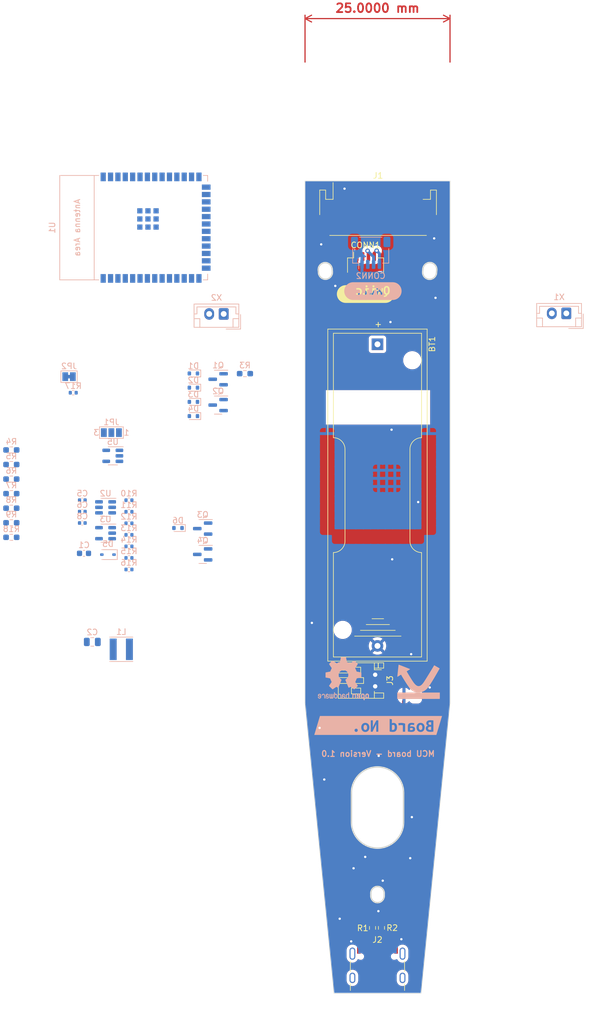
<source format=kicad_pcb>
(kicad_pcb (version 20221018) (generator pcbnew)
  (title_block (title "Controller Board") (date "2022-12-23") (rev "1.0") (company "PlasticScanner") (comment 4 "AISLER Project ID: NIAORFSJ"))
  (layers (0 "F.Cu" signal) (31 "B.Cu" signal) (34 "B.Paste" user) (35 "F.Paste" user) (36 "B.SilkS" user "B.Silkscreen") (37 "F.SilkS" user "F.Silkscreen") (38 "B.Mask" user) (39 "F.Mask" user) (44 "Edge.Cuts" user))
  (net 0 "")
  (net 1 "3.3V")
  (net 2 "GND")
  (net 3 "USB_pwr")
  (net 4 "/Trigger_Wake_Up/VBAT")
  (net 5 "/EN")
  (net 6 "/Switched_Power")
  (net 7 "+3V3")
  (net 8 "Net-(U3-FB)")
  (net 9 "/SDA")
  (net 10 "/SCL")
  (net 11 "Net-(D1-K)")
  (net 12 "Net-(D1-A)")
  (net 13 "Net-(D2-K)")
  (net 14 "Net-(D3-K)")
  (net 15 "Net-(D3-A)")
  (net 16 "Net-(D4-K)")
  (net 17 "/KeepAlive")
  (net 18 "/GPIO18{slash}MOSI")
  (net 19 "/GPIO5{slash}SCK")
  (net 20 "/GPIO32")
  (net 21 "/GPIO15")
  (net 22 "/GPIO33")
  (net 23 "/GPIO27")
  (net 24 "Net-(J2-GND-PadA1)")
  (net 25 "Net-(J2-CC1)")
  (net 26 "/D+")
  (net 27 "/D-")
  (net 29 "Net-(J2-CC2)")
  (net 31 "/Shield")
  (net 32 "Net-(JP1-C)")
  (net 33 "/Trigger")
  (net 34 "Net-(U3-SW)")
  (net 35 "Net-(Q1-B)")
  (net 36 "Net-(Q1-E)")
  (net 37 "Net-(Q1-C)")
  (net 38 "Net-(Q2-G)")
  (net 39 "Net-(Q2-D)")
  (net 41 "/USB_D+")
  (net 42 "/USB_D-")
  (net 43 "Net-(U5-PROG)")
  (footprint "Resistor_SMD:R_0603_1608Metric_Pad0.98x0.95mm_HandSolder" (layer "F.Cu") (at 109.79 163.75 90)
    (fp_text reference "R1" (at -0.04 -1.69 180) (layer "F.SilkS"))
    (fp_text value "5.1k")
    (pad "1" smd roundrect (at -0.9125 0 90) (size 0.975 0.95) (layers "F.Cu" "F.Paste" "F.Mask") (net 29 "Net-(J2-CC2)"))
    (pad "2" smd roundrect (at 0.9125 0 90) (size 0.975 0.95) (layers "F.Cu" "F.Paste" "F.Mask") (net 2 "GND"))
  )
  (footprint "Connector_JST:JST_PH_S2B-PH-K_1x02_P2.00mm_Horizontal" (layer "F.Cu") (at 110.2476 120.1072 -90)
    (fp_text reference "J3" (at 1 -2.55 90) (layer "F.SilkS"))
    (fp_text value "Conn_01x02_Male")
    (pad "1" thru_hole roundrect (at 0 0 270) (size 1.2 1.75) (drill 0.75) (layers "*.Cu" "*.Mask") (roundrect_rratio 0.208333) (net 4 "/Trigger_Wake_Up/VBAT"))
    (pad "2" thru_hole oval (at 2 0 270) (size 1.2 1.75) (drill 0.75) (layers "*.Cu" "*.Mask") (net 2 "GND"))
  )
  (footprint "Battery:BatteryHolder_Keystone_2460_1xAA" (layer "F.Cu") (at 110.6424 63.1444 -90)
    (fp_text reference "BT1" (at -0.02 -9.42 90) (layer "F.SilkS"))
    (fp_text value "Battery")
    (fp_text user "-" (at 55.37 -0.06 90) (layer "F.SilkS"))
    (fp_text user "+" (at -3.4 -0.06 90) (layer "F.SilkS"))
    (pad "" np_thru_hole circle (at 2.75 -5.995) (size 2.64 2.64) (drill 2.64) (layers "*.Cu" "*.Mask"))
    (pad "" np_thru_hole circle (at 49.23 5.995 270) (size 2.64 2.64) (drill 2.64) (layers "*.Cu" "*.Mask"))
    (pad "1" thru_hole rect (at 0 0 90) (size 2 2) (drill 1.02) (layers "*.Cu" "*.Mask") (net 4 "/Trigger_Wake_Up/VBAT"))
    (pad "2" thru_hole circle (at 51.99 0 90) (size 2 2) (drill 1.02) (layers "*.Cu" "*.Mask") (net 2 "GND"))
  )
  (footprint "Connector_JST:JST_SH_SM04B-SRSS-TB_1x04-1MP_P1.00mm_Horizontal" (layer "F.Cu") (at 108.585 50.038)
    (fp_text reference "CONN1" (at 0 -3.98) (layer "F.SilkS"))
    (fp_text value "STEMMA_I2C_QT")
    (pad "1" smd roundrect (at -1.5 -2) (size 0.6 1.55) (layers "F.Cu" "F.Paste" "F.Mask") (net 2 "GND"))
    (pad "2" smd roundrect (at -0.5 -2) (size 0.6 1.55) (layers "F.Cu" "F.Paste" "F.Mask") (net 1 "3.3V"))
    (pad "3" smd roundrect (at 0.5 -2) (size 0.6 1.55) (layers "F.Cu" "F.Paste" "F.Mask") (net 9 "/SDA"))
    (pad "4" smd roundrect (at 1.5 -2) (size 0.6 1.55) (layers "F.Cu" "F.Paste" "F.Mask") (net 10 "/SCL"))
    (pad "MP" smd roundrect (at -2.8 1.875) (size 1.2 1.8) (layers "F.Cu" "F.Paste" "F.Mask") (roundrect_rratio 0.208333))
    (pad "MP" smd roundrect (at 2.8 1.875) (size 1.2 1.8) (layers "F.Cu" "F.Paste" "F.Mask") (roundrect_rratio 0.208333))
  )
  (footprint "Connector_USB:USB_C_Receptacle_GCT_USB4105-xx-A_16P_TopMnt_Horizontal" (layer "F.Cu") (at 110.6404 171.2894)
    (fp_text reference "J2" (at 0 -5.5 unlocked) (layer "F.SilkS"))
    (fp_text value "USB_C_Receptacle_USB2.0")
    (pad "" np_thru_hole circle (at -2.89 -2.605) (size 0.65 0.65) (drill 0.65) (layers "F&B.Cu" "*.Mask"))
    (pad "" np_thru_hole circle (at 2.89 -2.605) (size 0.65 0.65) (drill 0.65) (layers "F&B.Cu" "*.Mask"))
    (pad "A1" smd rect (at -3.2 -3.68) (size 0.6 1.15) (layers "F.Cu" "F.Paste" "F.Mask") (net 24 "Net-(J2-GND-PadA1)"))
    (pad "A4" smd rect (at -2.4 -3.68) (size 0.6 1.15) (layers "F.Cu" "F.Paste" "F.Mask") (net 3 "USB_pwr"))
    (pad "A5" smd rect (at -1.25 -3.68) (size 0.3 1.15) (layers "F.Cu" "F.Paste" "F.Mask") (net 25 "Net-(J2-CC1)"))
    (pad "A6" smd rect (at -0.25 -3.68) (size 0.3 1.15) (layers "F.Cu" "F.Paste" "F.Mask") (net 26 "/D+"))
    (pad "A7" smd rect (at 0.25 -3.68) (size 0.3 1.15) (layers "F.Cu" "F.Paste" "F.Mask") (net 27 "/D-"))
    (pad "A8" smd rect (at 1.25 -3.68) (size 0.3 1.15) (layers "F.Cu" "F.Paste" "F.Mask"))
    (pad "A9" smd rect (at 2.4 -3.68) (size 0.6 1.15) (layers "F.Cu" "F.Paste" "F.Mask") (net 3 "USB_pwr"))
    (pad "A12" smd rect (at 3.2 -3.68) (size 0.6 1.15) (layers "F.Cu" "F.Paste" "F.Mask") (net 24 "Net-(J2-GND-PadA1)"))
    (pad "B1" smd rect (at 3.2 -3.68) (size 0.6 1.15) (layers "F.Cu" "F.Paste" "F.Mask") (net 24 "Net-(J2-GND-PadA1)"))
    (pad "B4" smd rect (at 2.4 -3.68) (size 0.6 1.15) (layers "F.Cu" "F.Paste" "F.Mask") (net 3 "USB_pwr"))
    (pad "B5" smd rect (at 1.75 -3.68) (size 0.3 1.15) (layers "F.Cu" "F.Paste" "F.Mask") (net 29 "Net-(J2-CC2)"))
    (pad "B6" smd rect (at 0.75 -3.68) (size 0.3 1.15) (layers "F.Cu" "F.Paste" "F.Mask") (net 26 "/D+"))
    (pad "B7" smd rect (at -0.75 -3.68) (size 0.3 1.15) (layers "F.Cu" "F.Paste" "F.Mask") (net 27 "/D-"))
    (pad "B8" smd rect (at -1.75 -3.68) (size 0.3 1.15) (layers "F.Cu" "F.Paste" "F.Mask"))
    (pad "B9" smd rect (at -2.4 -3.68) (size 0.6 1.15) (layers "F.Cu" "F.Paste" "F.Mask") (net 3 "USB_pwr"))
    (pad "B12" smd rect (at -3.2 -3.68) (size 0.6 1.15) (layers "F.Cu" "F.Paste" "F.Mask") (net 24 "Net-(J2-GND-PadA1)"))
    (pad "S1" thru_hole oval (at -4.32 -3.105) (size 1 2.1) (drill oval 0.6 1.7) (layers "*.Cu" "*.Mask") (net 31 "/Shield"))
    (pad "S1" thru_hole oval (at -4.32 1.075) (size 1 1.8) (drill oval 0.6 1.4) (layers "*.Cu" "*.Mask") (net 31 "/Shield"))
    (pad "S1" thru_hole oval (at 4.32 -3.105) (size 1 2.1) (drill oval 0.6 1.7) (layers "*.Cu" "*.Mask") (net 31 "/Shield"))
    (pad "S1" thru_hole oval (at 4.32 1.075) (size 1 1.8) (drill oval 0.6 1.4) (layers "*.Cu" "*.Mask") (net 31 "/Shield"))
  )
  (footprint "kibuzzard-63988507" (layer "F.Cu") (at 108.585 54.483 180)
    (fp_text reference "kibuzzard-63988507" hide)
    (fp_text value "G***" hide)
  )
  (footprint "Resistor_SMD:R_0603_1608Metric_Pad0.98x0.95mm_HandSolder" (layer "F.Cu") (at 111.33 163.74 -90)
    (fp_text reference "R2" (at 0.01 -1.85 180) (layer "F.SilkS"))
    (fp_text value "5.1k")
    (pad "1" smd roundrect (at -0.9125 0 270) (size 0.975 0.95) (layers "F.Cu" "F.Paste" "F.Mask") (net 25 "Net-(J2-CC1)"))
    (pad "2" smd roundrect (at 0.9125 0 270) (size 0.975 0.95) (layers "F.Cu" "F.Paste" "F.Mask") (net 2 "GND"))
  )
  (footprint "Connector_JST:JST_PH_S8B-PH-SM4-TB_1x08-1MP_P2.00mm_Horizontal" (layer "F.Cu") (at 110.744 39.87)
    (fp_text reference "J1" (at 0 -5.8) (layer "F.SilkS"))
    (fp_text value "Conn_01x08_MountingPin")
    (pad "1" smd roundrect (at -7 -2.85) (size 1 3.5) (layers "F.Cu" "F.Paste" "F.Mask") (net 1 "3.3V"))
    (pad "2" smd roundrect (at -5 -2.85) (size 1 3.5) (layers "F.Cu" "F.Paste" "F.Mask") (net 2 "GND"))
    (pad "3" smd roundrect (at -3 -2.85) (size 1 3.5) (layers "F.Cu" "F.Paste" "F.Mask") (net 18 "/GPIO18{slash}MOSI"))
    (pad "4" smd roundrect (at -1 -2.85) (size 1 3.5) (layers "F.Cu" "F.Paste" "F.Mask") (net 19 "/GPIO5{slash}SCK"))
    (pad "5" smd roundrect (at 1 -2.85) (size 1 3.5) (layers "F.Cu" "F.Paste" "F.Mask") (net 20 "/GPIO32"))
    (pad "6" smd roundrect (at 3 -2.85) (size 1 3.5) (layers "F.Cu" "F.Paste" "F.Mask") (net 21 "/GPIO15"))
    (pad "7" smd roundrect (at 5 -2.85) (size 1 3.5) (layers "F.Cu" "F.Paste" "F.Mask") (net 22 "/GPIO33"))
    (pad "8" smd roundrect (at 7 -2.85) (size 1 3.5) (layers "F.Cu" "F.Paste" "F.Mask") (net 23 "/GPIO27"))
    (pad "MP" smd roundrect (at -9.35 2.9) (size 1.5 3.4) (layers "F.Cu" "F.Paste" "F.Mask") (roundrect_rratio 0.166667) (net 2 "GND"))
    (pad "MP" smd roundrect (at 9.35 2.9) (size 1.5 3.4) (layers "F.Cu" "F.Paste" "F.Mask") (roundrect_rratio 0.166667) (net 2 "GND"))
  )
  (footprint "Resistor_SMD:R_0402_1005Metric" (layer "B.Cu") (at 67.7888 90.0224 180)
    (fp_text reference "R10" (at 0 1.17) (layer "B.SilkS") (effects (justify mirror)))
    (fp_text value "15K")
    (pad "1" smd roundrect (at -0.51 0 180) (size 0.54 0.64) (layers "B.Cu" "B.Paste" "B.Mask") (net 26 "/D+"))
    (pad "2" smd roundrect (at 0.51 0 180) (size 0.54 0.64) (layers "B.Cu" "B.Paste" "B.Mask") (net 2 "GND"))
  )
  (footprint "Resistor_SMD:R_0603_1608Metric_Pad0.98x0.95mm_HandSolder" (layer "B.Cu") (at 47.5121 91.3984 180)
    (fp_text reference "R8" (at 0 1.43) (layer "B.SilkS") (effects (justify mirror)))
    (fp_text value "100k")
    (pad "1" smd roundrect (at -0.9125 0 180) (size 0.975 0.95) (layers "B.Cu" "B.Paste" "B.Mask") (net 2 "GND"))
    (pad "2" smd roundrect (at 0.9125 0 180) (size 0.975 0.95) (layers "B.Cu" "B.Paste" "B.Mask") (net 14 "Net-(D3-K)"))
  )
  (footprint "Inductor_SMD:L_Taiyo-Yuden_MD-4040" (layer "B.Cu") (at 66.4688 115.7224 180)
    (fp_text reference "L1" (at 0 3) (layer "B.SilkS") (effects (justify mirror)))
    (fp_text value "2.2uH")
    (pad "1" smd rect (at -1.4 0 180) (size 1.2 3.7) (layers "B.Cu" "B.Paste" "B.Mask") (net 34 "Net-(U3-SW)"))
    (pad "2" smd rect (at 1.4 0 180) (size 1.2 3.7) (layers "B.Cu" "B.Paste" "B.Mask") (net 7 "+3V3"))
  )
  (footprint "Resistor_SMD:R_0402_1005Metric" (layer "B.Cu") (at 67.7888 97.9824 180)
    (fp_text reference "R14" (at 0 1.17) (layer "B.SilkS") (effects (justify mirror)))
    (fp_text value "10K")
    (pad "1" smd roundrect (at -0.51 0 180) (size 0.54 0.64) (layers "B.Cu" "B.Paste" "B.Mask") (net 5 "/EN"))
    (pad "2" smd roundrect (at 0.51 0 180) (size 0.54 0.64) (layers "B.Cu" "B.Paste" "B.Mask") (net 7 "+3V3"))
  )
  (footprint "Package_TO_SOT_SMD:SOT-23-5" (layer "B.Cu") (at 65.0088 82.3724 180)
    (fp_text reference "U5" (at 0 2.4) (layer "B.SilkS") (effects (justify mirror)))
    (fp_text value "MCP73811T-420I-OT")
    (pad "1" smd roundrect (at -1.1375 0.95 180) (size 1.325 0.6) (layers "B.Cu" "B.Paste" "B.Mask") (net 3 "USB_pwr"))
    (pad "2" smd roundrect (at -1.1375 0 180) (size 1.325 0.6) (layers "B.Cu" "B.Paste" "B.Mask") (net 2 "GND"))
    (pad "3" smd roundrect (at -1.1375 -0.95 180) (size 1.325 0.6) (layers "B.Cu" "B.Paste" "B.Mask") (net 4 "/Trigger_Wake_Up/VBAT"))
    (pad "4" smd roundrect (at 1.1375 -0.95 180) (size 1.325 0.6) (layers "B.Cu" "B.Paste" "B.Mask") (net 3 "USB_pwr"))
    (pad "5" smd roundrect (at 1.1375 0.95 180) (size 1.325 0.6) (layers "B.Cu" "B.Paste" "B.Mask") (net 43 "Net-(U5-PROG)"))
  )
  (footprint "Resistor_SMD:R_0603_1608Metric_Pad0.98x0.95mm_HandSolder" (layer "B.Cu") (at 47.5121 96.4184 180)
    (fp_text reference "R18" (at 0 1.43) (layer "B.SilkS") (effects (justify mirror)))
    (fp_text value "100k")
    (pad "1" smd roundrect (at -0.9125 0 180) (size 0.975 0.95) (layers "B.Cu" "B.Paste" "B.Mask"))
    (pad "2" smd roundrect (at 0.9125 0 180) (size 0.975 0.95) (layers "B.Cu" "B.Paste" "B.Mask") (net 3 "USB_pwr"))
  )
  (footprint "Diode_SMD:D_SOD-523" (layer "B.Cu") (at 78.9038 75.5224 180)
    (fp_text reference "D4" (at 0 1.3) (layer "B.SilkS") (effects (justify mirror)))
    (fp_text value "BAS516")
    (pad "1" smd roundrect (at -0.7 0) (size 0.6 0.7) (layers "B.Cu" "B.Paste" "B.Mask") (net 16 "Net-(D4-K)"))
    (pad "2" smd roundrect (at 0.7 0) (size 0.6 0.7) (layers "B.Cu" "B.Paste" "B.Mask") (net 17 "/KeepAlive"))
  )
  (footprint "Resistor_SMD:R_0402_1005Metric" (layer "B.Cu") (at 67.7888 94.0024 180)
    (fp_text reference "R12" (at 0 1.17) (layer "B.SilkS") (effects (justify mirror)))
    (fp_text value "27")
    (pad "1" smd roundrect (at -0.51 0 180) (size 0.54 0.64) (layers "B.Cu" "B.Paste" "B.Mask") (net 26 "/D+"))
    (pad "2" smd roundrect (at 0.51 0 180) (size 0.54 0.64) (layers "B.Cu" "B.Paste" "B.Mask") (net 41 "/USB_D+"))
  )
  (footprint "Jumper:SolderJumper-2_P1.3mm_Bridged_Pad1.0x1.5mm" (layer "B.Cu") (at 57.4588 68.7224 180)
    (fp_text reference "JP2" (at 0 1.8) (layer "B.SilkS") (effects (justify mirror)))
    (fp_text value "SolderJumper_2_Bridged")
    (fp_poly (pts (xy -0.25 0.3) (xy 0.25 0.3) (xy 0.25 -0.3) (xy -0.25 -0.3)) (fill solid) (layer "B.Cu"))
    (pad "1" smd rect (at -0.65 0 180) (size 1 1.5) (layers "B.Cu" "B.Mask") (net 13 "Net-(D2-K)"))
    (pad "2" smd rect (at 0.65 0 180) (size 1 1.5) (layers "B.Cu" "B.Mask") (net 11 "Net-(D1-K)"))
  )
  (footprint "Diode_SMD:D_SOD-523" (layer "B.Cu") (at 78.9038 73.0724 180)
    (fp_text reference "D3" (at 0 1.3) (layer "B.SilkS") (effects (justify mirror)))
    (fp_text value "BAS516")
    (pad "1" smd roundrect (at -0.7 0) (size 0.6 0.7) (layers "B.Cu" "B.Paste" "B.Mask") (net 14 "Net-(D3-K)"))
    (pad "2" smd roundrect (at 0.7 0) (size 0.6 0.7) (layers "B.Cu" "B.Paste" "B.Mask") (net 15 "Net-(D3-A)"))
  )
  (footprint "Resistor_SMD:R_0402_1005Metric" (layer "B.Cu") (at 67.7888 92.0124 180)
    (fp_text reference "R11" (at 0 1.17) (layer "B.SilkS") (effects (justify mirror)))
    (fp_text value "15K")
    (pad "1" smd roundrect (at -0.51 0 180) (size 0.54 0.64) (layers "B.Cu" "B.Paste" "B.Mask") (net 2 "GND"))
    (pad "2" smd roundrect (at 0.51 0 180) (size 0.54 0.64) (layers "B.Cu" "B.Paste" "B.Mask") (net 27 "/D-"))
  )
  (footprint "Resistor_SMD:R_0603_1608Metric_Pad0.98x0.95mm_HandSolder" (layer "B.Cu") (at 47.5121 93.9084 180)
    (fp_text reference "R9" (at 0 1.43) (layer "B.SilkS") (effects (justify mirror)))
    (fp_text value "220")
    (pad "1" smd roundrect (at -0.9125 0 180) (size 0.975 0.95) (layers "B.Cu" "B.Paste" "B.Mask") (net 16 "Net-(D4-K)"))
    (pad "2" smd roundrect (at 0.9125 0 180) (size 0.975 0.95) (layers "B.Cu" "B.Paste" "B.Mask") (net 14 "Net-(D3-K)"))
  )
  (footprint "Package_TO_SOT_SMD:SOT-23" (layer "B.Cu") (at 83.1688 69.1724 180)
    (fp_text reference "Q1" (at 0 2.4) (layer "B.SilkS") (effects (justify mirror)))
    (fp_text value "BC818")
    (pad "1" smd roundrect (at -0.9375 0.95 180) (size 1.475 0.6) (layers "B.Cu" "B.Paste" "B.Mask") (net 35 "Net-(Q1-B)"))
    (pad "2" smd roundrect (at -0.9375 -0.95 180) (size 1.475 0.6) (layers "B.Cu" "B.Paste" "B.Mask") (net 36 "Net-(Q1-E)"))
    (pad "3" smd roundrect (at 0.9375 0 180) (size 1.475 0.6) (layers "B.Cu" "B.Paste" "B.Mask") (net 37 "Net-(Q1-C)"))
  )
  (footprint "Resistor_SMD:R_0402_1005Metric" (layer "B.Cu") (at 67.7888 101.9624 180)
    (fp_text reference "R16" (at 0 1.17) (layer "B.SilkS") (effects (justify mirror)))
    (fp_text value "150K")
    (pad "1" smd roundrect (at -0.51 0 180) (size 0.54 0.64) (layers "B.Cu" "B.Paste" "B.Mask") (net 2 "GND"))
    (pad "2" smd roundrect (at 0.51 0 180) (size 0.54 0.64) (layers "B.Cu" "B.Paste" "B.Mask") (net 8 "Net-(U3-FB)"))
  )
  (footprint "Resistor_SMD:R_0603_1608Metric_Pad0.98x0.95mm_HandSolder" (layer "B.Cu") (at 47.5121 81.3584 180)
    (fp_text reference "R4" (at 0 1.43) (layer "B.SilkS") (effects (justify mirror)))
    (fp_text value "100k")
    (pad "1" smd roundrect (at -0.9125 0 180) (size 0.975 0.95) (layers "B.Cu" "B.Paste" "B.Mask") (net 4 "/Trigger_Wake_Up/VBAT"))
    (pad "2" smd roundrect (at 0.9125 0 180) (size 0.975 0.95) (layers "B.Cu" "B.Paste" "B.Mask") (net 38 "Net-(Q2-G)"))
  )
  (footprint "Connector_JST:JST_EH_B2B-EH-A_1x02_P2.50mm_Vertical" (layer "B.Cu") (at 84.1248 57.912 180)
    (fp_text reference "X2" (at 1.25 2.8) (layer "B.SilkS") (effects (justify mirror)))
    (fp_text value "CON_JST_PH_2PIN_MTPH2")
    (pad "1" thru_hole roundrect (at 0 0 180) (size 1.7 2) (drill 1) (layers "*.Cu" "*.Mask") (roundrect_rratio 0.147059) (net 39 "Net-(Q2-D)"))
    (pad "2" thru_hole oval (at 2.5 0 180) (size 1.7 2) (drill 1) (layers "*.Cu" "*.Mask") (net 4 "/Trigger_Wake_Up/VBAT"))
  )
  (footprint "Capacitor_SMD:C_0402_1005Metric" (layer "B.Cu") (at 59.7488 93.9524 180)
    (fp_text reference "C8" (at 0 1.16) (layer "B.SilkS") (effects (justify mirror)))
    (fp_text value "0.1u")
    (pad "1" smd roundrect (at -0.48 0 180) (size 0.56 0.62) (layers "B.Cu" "B.Paste" "B.Mask") (net 7 "+3V3"))
    (pad "2" smd roundrect (at 0.48 0 180) (size 0.56 0.62) (layers "B.Cu" "B.Paste" "B.Mask") (net 2 "GND"))
  )
  (footprint "Resistor_SMD:R_0603_1608Metric_Pad0.98x0.95mm_HandSolder" (layer "B.Cu") (at 47.5121 86.3784 180)
    (fp_text reference "R6" (at 0 1.43) (layer "B.SilkS") (effects (justify mirror)))
    (fp_text value "220k")
    (pad "1" smd roundrect (at -0.9125 0 180) (size 0.975 0.95) (layers "B.Cu" "B.Paste" "B.Mask") (net 2 "GND"))
    (pad "2" smd roundrect (at 0.9125 0 180) (size 0.975 0.95) (layers "B.Cu" "B.Paste" "B.Mask") (net 36 "Net-(Q1-E)"))
  )
  (footprint "Package_TO_SOT_SMD:SOT-23" (layer "B.Cu") (at 80.5063 99.3648 180)
    (fp_text reference "Q4" (at 0 2.4) (layer "B.SilkS") (effects (justify mirror)))
    (fp_text value "AO3401A")
    (pad "1" smd roundrect (at -0.9375 0.95 180) (size 1.475 0.6) (layers "B.Cu" "B.Paste" "B.Mask") (net 3 "USB_pwr"))
    (pad "2" smd roundrect (at -0.9375 -0.95 180) (size 1.475 0.6) (layers "B.Cu" "B.Paste" "B.Mask") (net 6 "/Switched_Power"))
    (pad "3" smd roundrect (at 0.9375 0 180) (size 1.475 0.6) (layers "B.Cu" "B.Paste" "B.Mask") (net 39 "Net-(Q2-D)"))
  )
  (footprint "Capacitor_SMD:C_0603_1608Metric" (layer "B.Cu") (at 60.0388 99.1824 180)
    (fp_text reference "C1" (at 0 1.43) (layer "B.SilkS") (effects (justify mirror)))
    (fp_text value "2u")
    (pad "1" smd roundrect (at -0.775 0 180) (size 0.9 0.95) (layers "B.Cu" "B.Paste" "B.Mask") (net 2 "GND"))
    (pad "2" smd roundrect (at 0.775 0 180) (size 0.9 0.95) (layers "B.Cu" "B.Paste" "B.Mask") (net 5 "/EN"))
  )
  (footprint "kibuzzard-639881D9" (layer "B.Cu") (at 110.76 128.85 180)
    (fp_text reference "kibuzzard-639881D9" hide)
    (fp_text value "G***" hide)
  )
  (footprint "Capacitor_SMD:C_0402_1005Metric" (layer "B.Cu") (at 59.7488 91.9824 180)
    (fp_text reference "C6" (at 0 1.16) (layer "B.SilkS") (effects (justify mirror)))
    (fp_text value "0.01u")
    (pad "1" smd roundrect (at -0.48 0 180) (size 0.56 0.62) (layers "B.Cu" "B.Paste" "B.Mask") (net 7 "+3V3"))
    (pad "2" smd roundrect (at 0.48 0 180) (size 0.56 0.62) (layers "B.Cu" "B.Paste" "B.Mask") (net 2 "GND"))
  )
  (footprint "Diode_SMD:D_SOD-523" (layer "B.Cu") (at 76.2413 94.8148 180)
    (fp_text reference "D6" (at 0 1.3) (layer "B.SilkS") (effects (justify mirror)))
    (fp_text value "BAS516")
    (pad "1" smd roundrect (at -0.7 0) (size 0.6 0.7) (layers "B.Cu" "B.Paste" "B.Mask") (net 6 "/Switched_Power"))
    (pad "2" smd roundrect (at 0.7 0) (size 0.6 0.7) (layers "B.Cu" "B.Paste" "B.Mask") (net 3 "USB_pwr"))
  )
  (footprint "Symbol:OSHW-Logo2_9.8x8mm_SilkScreen" (layer "B.Cu") (at 104.775 120.777 180)
    (fp_text reference "OSH logo" hide)
    (fp_text value "OSHW-Logo2_9.8x8mm_SilkScreen" hide)
  )
  (footprint "Resistor_SMD:R_0603_1608Metric_Pad0.98x0.95mm_HandSolder" (layer "B.Cu") (at 87.7888 68.2024 180)
    (fp_text reference "R3" (at 0 1.43) (layer "B.SilkS") (effects (justify mirror)))
    (fp_text value "1k")
    (pad "1" smd roundrect (at -0.9125 0 180) (size 0.975 0.95) (layers "B.Cu" "B.Paste" "B.Mask") (net 11 "Net-(D1-K)"))
    (pad "2" smd roundrect (at 0.9125 0 180) (size 0.975 0.95) (layers "B.Cu" "B.Paste" "B.Mask") (net 35 "Net-(Q1-B)"))
  )
  (footprint "Connector_JST:JST_SH_SM04B-SRSS-TB_1x04-1MP_P1.00mm_Horizontal" (layer "B.Cu") (at 109.474 47.371)
    (fp_text reference "CONN2" (at 0 3.98) (layer "B.SilkS") (effects (justify mirror)))
    (fp_text value "STEMMA_I2C_QT")
    (pad "1" smd roundrect (at -1.5 2) (size 0.6 1.55) (layers "B.Cu" "B.Paste" "B.Mask") (net 2 "GND"))
    (pad "2" smd roundrect (at -0.5 2) (size 0.6 1.55) (layers "B.Cu" "B.Paste" "B.Mask") (net 1 "3.3V"))
    (pad "3" smd roundrect (at 0.5 2) (size 0.6 1.55) (layers "B.Cu" "B.Paste" "B.Mask") (net 9 "/SDA"))
    (pad "4" smd roundrect (at 1.5 2) (size 0.6 1.55) (layers "B.Cu" "B.Paste" "B.Mask") (net 10 "/SCL"))
    (pad "MP" smd roundrect (at -2.8 -1.875) (size 1.2 1.8) (layers "B.Cu" "B.Paste" "B.Mask") (roundrect_rratio 0.2083333333))
    (pad "MP" smd roundrect (at 2.8 -1.875) (size 1.2 1.8) (layers "B.Cu" "B.Paste" "B.Mask") (roundrect_rratio 0.2083333333))
  )
  (footprint "Symbol:PlasticScannerLogo" (layer "B.Cu") (at 117.729 121.412 180)
    (fp_text reference "PlasticScannerLogo" hide)
    (fp_text value "PlasticScannerLogo" hide)
  )
  (footprint "Package_TO_SOT_SMD:SOT-23" (layer "B.Cu") (at 83.1688 73.6224 180)
    (fp_text reference "Q2" (at 0 2.4) (layer "B.SilkS") (effects (justify mirror)))
    (fp_text value "AO3401A")
    (pad "1" smd roundrect (at -0.9375 0.95 180) (size 1.475 0.6) (layers "B.Cu" "B.Paste" "B.Mask") (net 38 "Net-(Q2-G)"))
    (pad "2" smd roundrect (at -0.9375 -0.95 180) (size 1.475 0.6) (layers "B.Cu" "B.Paste" "B.Mask") (net 4 "/Trigger_Wake_Up/VBAT"))
    (pad "3" smd roundrect (at 0.9375 0 180) (size 1.475 0.6) (layers "B.Cu" "B.Paste" "B.Mask") (net 39 "Net-(Q2-D)"))
  )
  (footprint "Package_TO_SOT_SMD:SOT-23-6" (layer "B.Cu") (at 63.7588 91.2524 180)
    (fp_text reference "U2" (at 0 2.4) (layer "B.SilkS") (effects (justify mirror)))
    (fp_text value "SN65220")
    (pad "1" smd roundrect (at -1.1375 0.95 180) (size 1.325 0.6) (layers "B.Cu" "B.Paste" "B.Mask") (net 26 "/D+"))
    (pad "2" smd roundrect (at -1.1375 0 180) (size 1.325 0.6) (layers "B.Cu" "B.Paste" "B.Mask") (net 2 "GND"))
    (pad "3" smd roundrect (at -1.1375 -0.95 180) (size 1.325 0.6) (layers "B.Cu" "B.Paste" "B.Mask") (net 27 "/D-"))
    (pad "4" smd roundrect (at 1.1375 -0.95 180) (size 1.325 0.6) (layers "B.Cu" "B.Paste" "B.Mask") (net 27 "/D-"))
    (pad "5" smd roundrect (at 1.1375 0 180) (size 1.325 0.6) (layers "B.Cu" "B.Paste" "B.Mask") (net 2 "GND"))
    (pad "6" smd roundrect (at 1.1375 0.95 180) (size 1.325 0.6) (layers "B.Cu" "B.Paste" "B.Mask") (net 26 "/D+"))
  )
  (footprint "kibuzzard-63988507" (layer "B.Cu") (at 109.855 53.975 180)
    (fp_text reference "kibuzzard-63988507" hide)
    (fp_text value "G***" hide)
  )
  (footprint "Resistor_SMD:R_0603_1608Metric_Pad0.98x0.95mm_HandSolder" (layer "B.Cu") (at 47.5121 83.8684 180)
    (fp_text reference "R5" (at 0 1.43) (layer "B.SilkS") (effects (justify mirror)))
    (fp_text value "10k")
    (pad "1" smd roundrect (at -0.9125 0 180) (size 0.975 0.95) (layers "B.Cu" "B.Paste" "B.Mask") (net 37 "Net-(Q1-C)"))
    (pad "2" smd roundrect (at 0.9125 0 180) (size 0.975 0.95) (layers "B.Cu" "B.Paste" "B.Mask") (net 4 "/Trigger_Wake_Up/VBAT"))
  )
  (footprint "Resistor_SMD:R_0402_1005Metric" (layer "B.Cu") (at 58.1788 71.4924 180)
    (fp_text reference "R17" (at 0 1.17) (layer "B.SilkS") (effects (justify mirror)))
    (fp_text value "5.1k")
    (pad "1" smd roundrect (at -0.51 0 180) (size 0.54 0.64) (layers "B.Cu" "B.Paste" "B.Mask") (net 2 "GND"))
    (pad "2" smd roundrect (at 0.51 0 180) (size 0.54 0.64) (layers "B.Cu" "B.Paste" "B.Mask") (net 43 "Net-(U5-PROG)"))
  )
  (footprint "Resistor_SMD:R_0603_1608Metric_Pad0.98x0.95mm_HandSolder" (layer "B.Cu") (at 47.5121 88.8884 180)
    (fp_text reference "R7" (at 0 1.43) (layer "B.SilkS") (effects (justify mirror)))
    (fp_text value "10k")
    (pad "1" smd roundrect (at -0.9125 0 180) (size 0.975 0.95) (layers "B.Cu" "B.Paste" "B.Mask") (net 15 "Net-(D3-A)"))
    (pad "2" smd roundrect (at 0.9125 0 180) (size 0.975 0.95) (layers "B.Cu" "B.Paste" "B.Mask") (net 36 "Net-(Q1-E)"))
  )
  (footprint "Diode_SMD:D_SOD-523" (layer "B.Cu") (at 78.9038 68.1724 180)
    (fp_text reference "D1" (at 0 1.3) (layer "B.SilkS") (effects (justify mirror)))
    (fp_text value "BAS516")
    (pad "1" smd roundrect (at -0.7 0) (size 0.6 0.7) (layers "B.Cu" "B.Paste" "B.Mask") (net 11 "Net-(D1-K)"))
    (pad "2" smd roundrect (at 0.7 0) (size 0.6 0.7) (layers "B.Cu" "B.Paste" "B.Mask") (net 12 "Net-(D1-A)"))
  )
  (footprint "Capacitor_SMD:C_0805_2012Metric" (layer "B.Cu") (at 61.4688 114.4524 180)
    (fp_text reference "C2" (at 0 1.68) (layer "B.SilkS") (effects (justify mirror)))
    (fp_text value "4.7u")
    (pad "1" smd roundrect (at -0.95 0 180) (size 1 1.45) (layers "B.Cu" "B.Paste" "B.Mask") (net 6 "/Switched_Power"))
    (pad "2" smd roundrect (at 0.95 0 180) (size 1 1.45) (layers "B.Cu" "B.Paste" "B.Mask") (net 2 "GND"))
  )
  (footprint "Package_TO_SOT_SMD:SOT-23-5" (layer "B.Cu") (at 63.7588 95.7024 180)
    (fp_text reference "U3" (at 0 2.4) (layer "B.SilkS") (effects (justify mirror)))
    (fp_text value "TLV62569DBV")
    (pad "1" smd roundrect (at -1.1375 0.95 180) (size 1.325 0.6) (layers "B.Cu" "B.Paste" "B.Mask") (net 6 "/Switched_Power"))
    (pad "2" smd roundrect (at -1.1375 0 180) (size 1.325 0.6) (layers "B.Cu" "B.Paste" "B.Mask") (net 2 "GND"))
    (pad "3" smd roundrect (at -1.1375 -0.95 180) (size 1.325 0.6) (layers "B.Cu" "B.Paste" "B.Mask") (net 34 "Net-(U3-SW)"))
    (pad "4" smd roundrect (at 1.1375 -0.95 180) (size 1.325 0.6) (layers "B.Cu" "B.Paste" "B.Mask") (net 6 "/Switched_Power"))
    (pad "5" smd roundrect (at 1.1375 0.95 180) (size 1.325 0.6) (layers "B.Cu" "B.Paste" "B.Mask") (net 8 "Net-(U3-FB)"))
  )
  (footprint "Espressif:ESP32-S3-WROOM-1" (layer "B.Cu") (at 71.6076 43.04 -90)
    (fp_text reference "U1" (at 0 17.05 90) (layer "B.SilkS") (effects (justify mirror)))
    (fp_text value "ESP32-S3-WROOM-1")
    (fp_text user "Antenna Area" (at 0 12.75 90) (layer "B.SilkS") (effects (justify mirror)))
    (pad "1" smd rect (at -8.75 8.26 270) (size 1.5 0.9) (layers "B.Cu" "B.Paste" "B.Mask") (net 2 "GND"))
    (pad "2" smd rect (at -8.75 6.99 270) (size 1.5 0.9) (layers "B.Cu" "B.Paste" "B.Mask") (net 1 "3.3V"))
    (pad "3" smd rect (at -8.75 5.72 270) (size 1.5 0.9) (layers "B.Cu" "B.Paste" "B.Mask") (net 5 "/EN"))
    (pad "4" smd rect (at -8.75 4.45 270) (size 1.5 0.9) (layers "B.Cu" "B.Paste" "B.Mask"))
    (pad "5" smd rect (at -8.75 3.18 270) (size 1.5 0.9) (layers "B.Cu" "B.Paste" "B.Mask"))
    (pad "6" smd rect (at -8.75 1.91 270) (size 1.5 0.9) (layers "B.Cu" "B.Paste" "B.Mask"))
    (pad "7" smd rect (at -8.75 0.64 270) (size 1.5 0.9) (layers "B.Cu" "B.Paste" "B.Mask"))
    (pad "8" smd rect (at -8.75 -0.63 270) (size 1.5 0.9) (layers "B.Cu" "B.Paste" "B.Mask"))
    (pad "9" smd rect (at -8.75 -1.9 270) (size 1.5 0.9) (layers "B.Cu" "B.Paste" "B.Mask"))
    (pad "10" smd rect (at -8.75 -3.17 270) (size 1.5 0.9) (layers "B.Cu" "B.Paste" "B.Mask"))
    (pad "11" smd rect (at -8.75 -4.44 270) (size 1.5 0.9) (layers "B.Cu" "B.Paste" "B.Mask"))
    (pad "12" smd rect (at -8.75 -5.71 270) (size 1.5 0.9) (layers "B.Cu" "B.Paste" "B.Mask"))
    (pad "13" smd rect (at -8.75 -6.98 270) (size 1.5 0.9) (layers "B.Cu" "B.Paste" "B.Mask") (net 42 "/USB_D-"))
    (pad "14" smd rect (at -8.75 -8.25 270) (size 1.5 0.9) (layers "B.Cu" "B.Paste" "B.Mask") (net 41 "/USB_D+"))
    (pad "15" smd rect (at -6.985 -9.5 180) (size 1.5 0.9) (layers "B.Cu" "B.Paste" "B.Mask"))
    (pad "16" smd rect (at -5.715 -9.5 180) (size 1.5 0.9) (layers "B.Cu" "B.Paste" "B.Mask"))
    (pad "17" smd rect (at -4.445 -9.5 180) (size 1.5 0.9) (layers "B.Cu" "B.Paste" "B.Mask"))
    (pad "18" smd rect (at -3.175 -9.5 180) (size 1.5 0.9) (layers "B.Cu" "B.Paste" "B.Mask"))
    (pad "19" smd rect (at -1.905 -9.5 180) (size 1.5 0.9) (layers "B.Cu" "B.Paste" "B.Mask"))
    (pad "20" smd rect (at -0.635 -9.5 180) (size 1.5 0.9) (layers "B.Cu" "B.Paste" "B.Mask"))
    (pad "21" smd rect (at 0.635 -9.5 180) (size 1.5 0.9) (layers "B.Cu" "B.Paste" "B.Mask"))
    (pad "22" smd rect (at 1.905 -9.5 180) (size 1.5 0.9) (layers "B.Cu" "B.Paste" "B.Mask"))
    (pad "23" smd rect (at 3.175 -9.5 180) (size 1.5 0.9) (layers "B.Cu" "B.Paste" "B.Mask"))
    (pad "24" smd rect (at 4.445 -9.5 180) (size 1.5 0.9) (layers "B.Cu" "B.Paste" "B.Mask"))
    (pad "25" smd rect (at 5.715 -9.5 180) (size 1.5 0.9) (layers "B.Cu" "B.Paste" "B.Mask"))
    (pad "26" smd rect (at 6.985 -9.5 180) (size 1.5 0.9) (layers "B.Cu" "B.Paste" "B.Mask"))
    (pad "27" smd rect (at 8.75 -8.25 90) (size 1.5 0.9) (layers "B.Cu" "B.Paste" "B.Mask"))
    (pad "28" smd rect (at 8.75 -6.98 90) (size 1.5 0.9) (layers "B.Cu" "B.Paste" "B.Mask"))
    (pad "29" smd rect (at 8.75 -5.71 90) (size 1.5 0.9) (layers "B.Cu" "B.Paste" "B.Mask"))
    (pad "30" smd rect (at 8.75 -4.44 90) (size 1.5 0.9) (layers "B.Cu" "B.Paste" "B.Mask"))
    (pad "31" smd rect (at 8.75 -3.17 90) (size 1.5 0.9) (layers "B.Cu" "B.Paste" "B.Mask"))
    (pad "32" smd rect (at 8.75 -1.9 90) (size 1.5 0.9) (layers "B.Cu" "B.Paste" "B.Mask"))
    (pad "33" smd rect (at 8.75 -0.63 90) (size 1.5 0.9) (layers "B.Cu" "B.Paste" "B.Mask"))
    (pad "34" smd rect (at 8.75 0.64 90) (size 1.5 0.9) (layers "B.Cu" "B.Paste" "B.Mask"))
    (pad "35" smd rect (at 8.75 1.91 90) (size 1.5 0.9) (layers "B.Cu" "B.Paste" "B.Mask"))
    (pad "36" smd rect (at 8.75 3.18 90) (size 1.5 0.9) (layers "B.Cu" "B.Paste" "B.Mask"))
    (pad "37" smd rect (at 8.75 4.45 90) (size 1.5 0.9) (layers "B.Cu" "B.Paste" "B.Mask"))
    (pad "38" smd rect (at 8.75 5.72 90) (size 1.5 0.9) (layers "B.Cu" "B.Paste" "B.Mask") (net 33 "/Trigger"))
    (pad "39" smd rect (at 8.75 6.99 90) (size 1.5 0.9) (layers "B.Cu" "B.Paste" "B.Mask") (net 17 "/KeepAlive"))
    (pad "40" smd rect (at 8.75 8.26 90) (size 1.5 0.9) (layers "B.Cu" "B.Paste" "B.Mask") (net 2 "GND"))
    (pad "41" smd rect (at -2.9 -0.86 90) (size 0.9 0.9) (layers "B.Cu" "B.Paste" "B.Mask") (net 2 "GND"))
    (pad "41" smd rect (at -2.9 0.54 90) (size 0.9 0.9) (layers "B.Cu" "B.Paste" "B.Mask") (net 2 "GND"))
    (pad "41" smd rect (at -2.9 1.94 90) (size 0.9 0.9) (layers "B.Cu" "B.Paste" "B.Mask") (net 2 "GND"))
    (pad "41" smd rect (at -1.5 -0.86 90) (size 0.9 0.9) (layers "B.Cu" "B.Paste" "B.Mask") (net 2 "GND"))
    (pad "41" smd rect (at -1.5 0.54 90) (size 0.9 0.9) (layers "B.Cu" "B.Paste" "B.Mask") (net 2 "GND"))
    (pad "41" smd rect (at -1.5 1.94 90) (size 0.9 0.9) (layers "B.Cu" "B.Paste" "B.Mask") (net 2 "GND"))
    (pad "41" smd rect (at -0.1 -0.86 90) (size 0.9 0.9) (layers "B.Cu" "B.Paste" "B.Mask") (net 2 "GND"))
    (pad "41" smd rect (at -0.1 0.54 90) (size 0.9 0.9) (layers "B.Cu" "B.Paste" "B.Mask") (net 2 "GND"))
    (pad "41" smd rect (at -0.1 1.94 90) (size 0.9 0.9) (layers "B.Cu" "B.Paste" "B.Mask") (net 2 "GND"))
    (zone (net 0) (net_name "") (layers "*.Cu") (name "antenna keepout") (connect_pads (clearance 0)) (min_thickness 0.25)
      (keepout (tracks not_allowed) (vias not_allowed) (pads not_allowed) (copperpour not_allowed) (footprints not_allowed))
      (fill (thermal_gap 0.5) (thermal_bridge_width 0.5))
      (polygon (pts (xy 61.8076 34.04) (xy 55.8576 34.04) (xy 55.8576 52.04) (xy 61.8076 52.04)))
    )
  )
  (footprint "Diode_SMD:D_SOD-323" (layer "B.Cu") (at 64.1638 99.4024 180)
    (fp_text reference "D5" (at 0 1.85) (layer "B.SilkS") (effects (justify mirror)))
    (fp_text value "3.3v_TVS")
    (pad "1" smd roundrect (at -1.05 0 180) (size 0.6 0.45) (layers "B.Cu" "B.Paste" "B.Mask") (net 7 "+3V3"))
    (pad "2" smd roundrect (at 1.05 0 180) (size 0.6 0.45) (layers "B.Cu" "B.Paste" "B.Mask") (net 2 "GND"))
  )
  (footprint "Connector_JST:JST_EH_B2B-EH-A_1x02_P2.50mm_Vertical" (layer "B.Cu") (at 143.2052 57.8104 180)
    (fp_text reference "X1" (at 1.25 2.8) (layer "B.SilkS") (effects (justify mirror)))
    (fp_text value "CON_JST_PH_2PIN_MTPH2")
    (pad "1" thru_hole roundrect (at 0 0 180) (size 1.7 2) (drill 1) (layers "*.Cu" "*.Mask") (roundrect_rratio 0.147059) (net 32 "Net-(JP1-C)"))
    (pad "2" thru_hole oval (at 2.5 0 180) (size 1.7 2) (drill 1) (layers "*.Cu" "*.Mask") (net 4 "/Trigger_Wake_Up/VBAT"))
  )
  (footprint "Capacitor_SMD:C_0402_1005Metric" (layer "B.Cu") (at 59.7488 90.0124 180)
    (fp_text reference "C5" (at 0 1.16) (layer "B.SilkS") (effects (justify mirror)))
    (fp_text value "6.8p")
    (pad "1" smd roundrect (at -0.48 0 180) (size 0.56 0.62) (layers "B.Cu" "B.Paste" "B.Mask") (net 7 "+3V3"))
    (pad "2" smd roundrect (at 0.48 0 180) (size 0.56 0.62) (layers "B.Cu" "B.Paste" "B.Mask") (net 8 "Net-(U3-FB)"))
  )
  (footprint "Diode_SMD:D_SOD-523" (layer "B.Cu") (at 78.9038 70.6224 180)
    (fp_text reference "D2" (at 0 1.3) (layer "B.SilkS") (effects (justify mirror)))
    (fp_text value "BAS516")
    (pad "1" smd roundrect (at -0.7 0) (size 0.6 0.7) (layers "B.Cu" "B.Paste" "B.Mask") (net 13 "Net-(D2-K)"))
    (pad "2" smd roundrect (at 0.7 0) (size 0.6 0.7) (layers "B.Cu" "B.Paste" "B.Mask") (net 3 "USB_pwr"))
  )
  (footprint "Resistor_SMD:R_0402_1005Metric" (layer "B.Cu") (at 67.7888 95.9924 180)
    (fp_text reference "R13" (at 0 1.17) (layer "B.SilkS") (effects (justify mirror)))
    (fp_text value "27")
    (pad "1" smd roundrect (at -0.51 0 180) (size 0.54 0.64) (layers "B.Cu" "B.Paste" "B.Mask") (net 27 "/D-"))
    (pad "2" smd roundrect (at 0.51 0 180) (size 0.54 0.64) (layers "B.Cu" "B.Paste" "B.Mask") (net 42 "/USB_D-"))
  )
  (footprint "Resistor_SMD:R_0402_1005Metric" (layer "B.Cu") (at 67.7888 99.9724 180)
    (fp_text reference "R15" (at 0 1.17) (layer "B.SilkS") (effects (justify mirror)))
    (fp_text value "680k")
    (pad "1" smd roundrect (at -0.51 0 180) (size 0.54 0.64) (layers "B.Cu" "B.Paste" "B.Mask") (net 8 "Net-(U3-FB)"))
    (pad "2" smd roundrect (at 0.51 0 180) (size 0.54 0.64) (layers "B.Cu" "B.Paste" "B.Mask") (net 7 "+3V3"))
  )
  (footprint "Jumper:SolderJumper-3_P1.3mm_Open_Pad1.0x1.5mm_NumberLabels" (layer "B.Cu") (at 64.7588 78.3724 180)
    (fp_text reference "JP1" (at 0 1.8) (layer "B.SilkS") (effects (justify mirror)))
    (fp_text value "SolderJumper_3_Open")
    (fp_text user "3" (at 2.6 0) (layer "B.SilkS") (effects (justify mirror)))
    (fp_text user "1" (at -2.6 0) (layer "B.SilkS") (effects (justify mirror)))
    (pad "1" smd rect (at -1.3 0 180) (size 1 1.5) (layers "B.Cu" "B.Mask") (net 12 "Net-(D1-A)"))
    (pad "2" smd rect (at 0 0 180) (size 1 1.5) (layers "B.Cu" "B.Mask") (net 32 "Net-(JP1-C)"))
    (pad "3" smd rect (at 1.3 0 180) (size 1 1.5) (layers "B.Cu" "B.Mask") (net 33 "/Trigger"))
  )
  (footprint "Package_TO_SOT_SMD:SOT-23" (layer "B.Cu") (at 80.5063 94.9148 180)
    (fp_text reference "Q3" (at 0 2.4) (layer "B.SilkS") (effects (justify mirror)))
    (fp_text value "BC818")
    (pad "1" smd roundrect (at -0.9375 0.95 180) (size 1.475 0.6) (layers "B.Cu" "B.Paste" "B.Mask") (net 14 "Net-(D3-K)"))
    (pad "2" smd roundrect (at -0.9375 -0.95 180) (size 1.475 0.6) (layers "B.Cu" "B.Paste" "B.Mask"))
    (pad "3" smd roundrect (at 0.9375 0 180) (size 1.475 0.6) (layers "B.Cu" "B.Paste" "B.Mask") (net 38 "Net-(Q2-G)"))
  )
  (gr_line (start 118.475041 50.150757) (end 118.433326 50.649014) (stroke (width 0.25)) (layer "Edge.Cuts"))
  (gr_line (start 115.15 140.5) (end 115.15 145.5) (stroke (width 0.25)) (layer "Edge.Cuts"))
  (gr_line (start 120.866674 50.350986) (end 120.824959 50.849243) (stroke (width 0.25)) (layer "Edge.Cuts"))
  (gr_line (start 115.8 175) (end 118.15 175) (stroke (width 0.1)) (layer "Edge.Cuts"))
  (gr_line (start 103.15 175) (end 98.15 125) (stroke (width 0.1)) (layer "Edge.Cuts"))
  (gr_arc (start 111.8 158.25) (mid 110.65 159.4) (end 109.5 158.25) (stroke (width 0.25)) (layer "Edge.Cuts"))
  (gr_line (start 123.15 125) (end 123.15 35) (stroke (width 0.1)) (layer "Edge.Cuts"))
  (gr_line (start 106.15 140.5) (end 106.15 145.5) (stroke (width 0.25)) (layer "Edge.Cuts"))
  (gr_line (start 98.15 125) (end 98.15 35) (stroke (width 0.1)) (layer "Edge.Cuts"))
  (gr_arc (start 115.15 145.5) (mid 110.65 150) (end 106.15 145.5) (stroke (width 0.25)) (layer "Edge.Cuts"))
  (gr_arc (start 100.433326 50.350986) (mid 101.529028 49.055055) (end 102.824959 50.150757) (stroke (width 0.25)) (layer "Edge.Cuts"))
  (gr_line (start 102.824959 50.150757) (end 102.866674 50.649014) (stroke (width 0.25)) (layer "Edge.Cuts"))
  (gr_arc (start 102.866674 50.649014) (mid 101.770972 51.944945) (end 100.475041 50.849243) (stroke (width 0.25)) (layer "Edge.Cuts"))
  (gr_line (start 105.5 175) (end 103.15 175) (stroke (width 0.1)) (layer "Edge.Cuts"))
  (gr_line (start 123.15 125) (end 118.15 175) (stroke (width 0.1)) (layer "Edge.Cuts"))
  (gr_arc (start 109.5 157.75) (mid 110.65 156.6) (end 111.8 157.75) (stroke (width 0.25)) (layer "Edge.Cuts"))
  (gr_line (start 109.5 157.75) (end 109.5 158.25) (stroke (width 0.25)) (layer "Edge.Cuts"))
  (gr_arc (start 106.15 140.5) (mid 110.65 136) (end 115.15 140.5) (stroke (width 0.25)) (layer "Edge.Cuts"))
  (gr_line (start 115.8 175) (end 105.5 175) (stroke (width 0.1)) (layer "Edge.Cuts"))
  (gr_line (start 100.433326 50.350986) (end 100.475041 50.849243) (stroke (width 0.25)) (layer "Edge.Cuts"))
  (gr_line (start 123.15 35) (end 98.15 35) (stroke (width 0.1)) (layer "Edge.Cuts"))
  (gr_line (start 111.8 157.75) (end 111.8 158.25) (stroke (width 0.25)) (layer "Edge.Cuts"))
  (gr_arc (start 118.475041 50.150757) (mid 119.770973 49.05505) (end 120.866674 50.350986) (stroke (width 0.25)) (layer "Edge.Cuts"))
  (gr_arc (start 120.824959 50.849243) (mid 119.529027 51.94495) (end 118.433326 50.649014) (stroke (width 0.25)) (layer "Edge.Cuts"))
  (gr_text "MCU board - Version 1.0" (at 110.744 133.731) (layer "B.SilkS") (effects (font (size 1 1) (thickness 0.2)) (justify mirror)))
  (dimension (type aligned) (layer "F.Cu") (pts (xy 123.15 15) (xy 98.15 15)) (height 7.999999) (gr_text "25.0000 mm" (at 110.65 5.200001) (layer "F.Cu") (effects (font (size 1.5 1.5) (thickness 0.3)))) (format (prefix "") (suffix "") (units 3) (units_format 1) (precision 4)) (style (thickness 0.2) (arrow_length 1.27) (text_position_mode 0) (extension_height 0.58642) (extension_offset 0.5) keep_text_aligned))
  (segment (start 108.53 151.51) (end 110.43 153.41) (width 0.5) (layer "F.Cu") (net 2))
  (segment (start 118.38 129.0825) (end 118.5325 129.0825) (width 0.5) (layer "F.Cu") (net 2))
  (segment (start 107.91 166.360978) (end 107.91 156.47) (width 0.5) (layer "F.Cu") (net 2))
  (segment (start 115.1275 125.83) (end 118.38 129.0825) (width 0.5) (layer "F.Cu") (net 2))
  (segment (start 110.55548 153.82452) (end 112.25452 153.82452) (width 0.5) (layer "F.Cu") (net 2))
  (segment (start 107.91 156.47) (end 110.43 153.95) (width 0.5) (layer "F.Cu") (net 2))
  (segment (start 112.25452 152.58548) (end 112.93 151.91) (width 0.5) (layer "F.Cu") (net 2))
  (segment (start 118.38 129.0825) (end 120.78 126.6825) (width 0.5) (layer "F.Cu") (net 2))
  (segment (start 112.25452 153.82452) (end 112.25452 152.58548) (width 0.5) (layer "F.Cu") (net 2))
  (segment (start 110.43 153.95) (end 110.55548 153.82452) (width 0.5) (layer "F.Cu") (net 2))
  (segment (start 113.07 166.25) (end 113.07 154.64) (width 0.5) (layer "F.Cu") (net 2))
  (segment (start 113.07 154.64) (end 112.25452 153.82452) (width 0.5) (layer "F.Cu") (net 2))
  (segment (start 118.5325 129.0825) (end 120.36 130.91) (width 0.5) (layer "F.Cu") (net 2))
  (segment (start 110.43 153.41) (end 110.43 153.95) (width 0.5) (layer "F.Cu") (net 2))
  (segment (start 115.1275 124.66) (end 115.1275 125.83) (width 0.5) (layer "F.Cu") (net 2))
  (segment (start 120.78 126.6825) (end 120.78 126.0025) (width 0.5) (layer "F.Cu") (net 2))
  (via (at 100.66 129.27) (size 0.8) (drill 0.4) (layers "F.Cu" "B.Cu") (net 2))
  (via (at 116.57 144.65) (size 0.8) (drill 0.4) (layers "F.Cu" "B.Cu") (net 2))
  (via (at 114.76 165.7) (size 0.8) (drill 0.4) (layers "F.Cu" "B.Cu") (net 2))
  (via (at 106.11 166.07) (size 0.8) (drill 0.4) (layers "F.Cu" "B.Cu") (net 2))
  (via (at 111.55 155.61) (size 0.8) (drill 0.4) (layers "F.Cu" "B.Cu") (net 2))
  (via (at 99.33 111.17) (size 0.8) (drill 0.4) (layers "F.Cu" "B.Cu") (net 2))
  (via (at 113.18 100.21) (size 0.8) (drill 0.4) (layers "F.Cu" "B.Cu") (net 2))
  (via (at 116.45 116.56) (size 0.8) (drill 0.4) (layers "F.Cu" "B.Cu") (net 2))
  (via (at 120.42 44.89) (size 0.8) (drill 0.4) (layers "F.Cu" "B.Cu") (net 2))
  (via (at 112.88 59.31) (size 0.8) (drill 0.4) (layers "F.Cu" "B.Cu") (net 2))
  (via (at 101.47 138.17) (size 0.8) (drill 0.4) (layers "F.Cu" "B.Cu") (net 2))
  (via (at 108.53 151.51) (size 0.8) (drill 0.4) (layers "F.Cu" "B.Cu") (net 2))
  (via (at 104.13 162.17) (size 0.8) (drill 0.4) (layers "F.Cu" "B.Cu") (net 2))
  (via (at 103.37 53.08) (size 0.8) (drill 0.4) (layers "F.Cu" "B.Cu") (net 2))
  (via (at 110.85 134.09) (size 0.8) (drill 0.4) (layers "F.Cu" "B.Cu") (net 2))
  (via (at 116.29 151.73) (size 0.8) (drill 0.4) (layers "F.Cu" "B.Cu") (net 2))
  (via (at 110.8 160.86) (size 0.8) (drill 0.4) (layers "F.Cu" "B.Cu") (net 2))
  (via (at 117.66 90.34) (size 0.8) (drill 0.4) (layers "F.Cu" "B.Cu") (net 2))
  (via (at 106.52 153.47) (size 0.8) (drill 0.4) (layers "F.Cu" "B.Cu") (net 2))
  (via (at 120.65 55.14) (size 0.8) (drill 0.4) (layers "F.Cu" "B.Cu") (net 2))
  (via (at 104.96 36.32) (size 0.8) (drill 0.4) (layers "F.Cu" "B.Cu") (net 2))
  (via (at 119.65 122.3) (size 0.8) (drill 0.4) (layers "F.Cu" "B.Cu") (net 2))
  (via (at 100.94 45.92) (size 0.8) (drill 0.4) (layers "F.Cu" "B.Cu") (net 2))
  (via (at 113.07 77.87) (size 0.8) (drill 0.4) (layers "F.Cu" "B.Cu") (net 2))
  (segment (start 108.61 113.95) (end 108.61 133.84) (width 0.5) (layer "B.Cu") (net 2))
  (segment (start 108.61 133.84) (end 105.18 137.27) (width 0.5) (layer "B.Cu") (net 2))
  (segment (start 100.4765 99.822) (end 108.61 107.9555) (width 0.5) (layer "B.Cu") (net 2))
  (segment (start 108.61 107.9555) (end 108.61 113.95) (width 0.5) (layer "B.Cu") (net 2))
  (segment (start 105.18 148.16) (end 108.53 151.51) (width 0.5) (layer "B.Cu") (net 2))
  (segment (start 105.18 137.27) (end 105.18 148.16) (width 0.5) (layer "B.Cu") (net 2))
  (segment (start 108.94 47.04) (end 109.085 47.185) (width 0.5) (layer "F.Cu") (net 9))
  (via (at 108.94 47.04) (size 0.8) (drill 0.4) (layers "F.Cu" "B.Cu") (net 9))
  (segment (start 109.974 48.074) (end 108.94 47.04) (width 0.5) (layer "B.Cu") (net 9))
  (segment (start 109.974 49.371) (end 109.974 48.074) (width 0.5) (layer "B.Cu") (net 9))
  (segment (start 110.5 47.01) (end 110.085 47.425) (width 0.5) (layer "F.Cu") (net 10))
  (via (at 110.5 47.01) (size 0.8) (drill 0.4) (layers "F.Cu" "B.Cu") (net 10))
  (segment (start 110.974 49.371) (end 110.974 47.484) (width 0.5) (layer "B.Cu") (net 10))
  (segment (start 110.974 47.484) (end 110.5 47.01) (width 0.5) (layer "B.Cu") (net 10))
  (zone (net 2) (net_name "GND") (layers "F&B.Cu") (connect_pads (clearance 0.508)) (min_thickness 0.254) (fill yes (thermal_gap 0.508) (thermal_bridge_width 0.508))
    (polygon (pts (xy 127.254 179.635) (xy 88.138 180.34) (xy 89.561 13.97) (xy 127.254 13.97)))
  )
)
</source>
